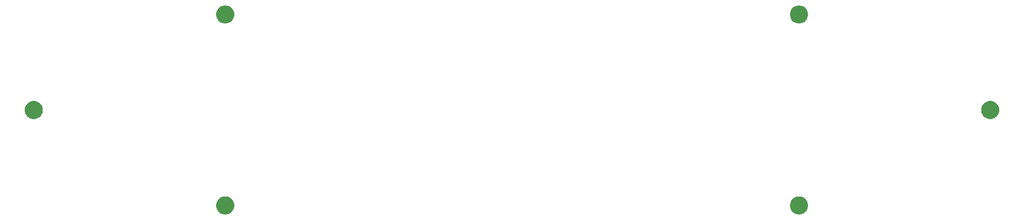
<source format=gbr>
G04 #@! TF.GenerationSoftware,KiCad,Pcbnew,(5.1.2-1)-1*
G04 #@! TF.CreationDate,2020-03-21T09:14:12-05:00*
G04 #@! TF.ProjectId,therick48_top_plate,74686572-6963-46b3-9438-5f746f705f70,rev?*
G04 #@! TF.SameCoordinates,Original*
G04 #@! TF.FileFunction,Soldermask,Bot*
G04 #@! TF.FilePolarity,Negative*
%FSLAX46Y46*%
G04 Gerber Fmt 4.6, Leading zero omitted, Abs format (unit mm)*
G04 Created by KiCad (PCBNEW (5.1.2-1)-1) date 2020-03-21 09:14:12*
%MOMM*%
%LPD*%
G04 APERTURE LIST*
%ADD10C,0.100000*%
G04 APERTURE END LIST*
D10*
G36*
X217505331Y-89848211D02*
G01*
X217833092Y-89983974D01*
X218128070Y-90181072D01*
X218378928Y-90431930D01*
X218576026Y-90726908D01*
X218711789Y-91054669D01*
X218781000Y-91402616D01*
X218781000Y-91757384D01*
X218711789Y-92105331D01*
X218576026Y-92433092D01*
X218378928Y-92728070D01*
X218128070Y-92978928D01*
X217833092Y-93176026D01*
X217505331Y-93311789D01*
X217157384Y-93381000D01*
X216802616Y-93381000D01*
X216454669Y-93311789D01*
X216126908Y-93176026D01*
X215831930Y-92978928D01*
X215581072Y-92728070D01*
X215383974Y-92433092D01*
X215248211Y-92105331D01*
X215179000Y-91757384D01*
X215179000Y-91402616D01*
X215248211Y-91054669D01*
X215383974Y-90726908D01*
X215581072Y-90431930D01*
X215831930Y-90181072D01*
X216126908Y-89983974D01*
X216454669Y-89848211D01*
X216802616Y-89779000D01*
X217157384Y-89779000D01*
X217505331Y-89848211D01*
X217505331Y-89848211D01*
G37*
G36*
X103505331Y-89848211D02*
G01*
X103833092Y-89983974D01*
X104128070Y-90181072D01*
X104378928Y-90431930D01*
X104576026Y-90726908D01*
X104711789Y-91054669D01*
X104781000Y-91402616D01*
X104781000Y-91757384D01*
X104711789Y-92105331D01*
X104576026Y-92433092D01*
X104378928Y-92728070D01*
X104128070Y-92978928D01*
X103833092Y-93176026D01*
X103505331Y-93311789D01*
X103157384Y-93381000D01*
X102802616Y-93381000D01*
X102454669Y-93311789D01*
X102126908Y-93176026D01*
X101831930Y-92978928D01*
X101581072Y-92728070D01*
X101383974Y-92433092D01*
X101248211Y-92105331D01*
X101179000Y-91757384D01*
X101179000Y-91402616D01*
X101248211Y-91054669D01*
X101383974Y-90726908D01*
X101581072Y-90431930D01*
X101831930Y-90181072D01*
X102126908Y-89983974D01*
X102454669Y-89848211D01*
X102802616Y-89779000D01*
X103157384Y-89779000D01*
X103505331Y-89848211D01*
X103505331Y-89848211D01*
G37*
G36*
X255505331Y-70848211D02*
G01*
X255833092Y-70983974D01*
X256128070Y-71181072D01*
X256378928Y-71431930D01*
X256576026Y-71726908D01*
X256711789Y-72054669D01*
X256781000Y-72402616D01*
X256781000Y-72757384D01*
X256711789Y-73105331D01*
X256576026Y-73433092D01*
X256378928Y-73728070D01*
X256128070Y-73978928D01*
X255833092Y-74176026D01*
X255505331Y-74311789D01*
X255157384Y-74381000D01*
X254802616Y-74381000D01*
X254454669Y-74311789D01*
X254126908Y-74176026D01*
X253831930Y-73978928D01*
X253581072Y-73728070D01*
X253383974Y-73433092D01*
X253248211Y-73105331D01*
X253179000Y-72757384D01*
X253179000Y-72402616D01*
X253248211Y-72054669D01*
X253383974Y-71726908D01*
X253581072Y-71431930D01*
X253831930Y-71181072D01*
X254126908Y-70983974D01*
X254454669Y-70848211D01*
X254802616Y-70779000D01*
X255157384Y-70779000D01*
X255505331Y-70848211D01*
X255505331Y-70848211D01*
G37*
G36*
X65454531Y-70848211D02*
G01*
X65782292Y-70983974D01*
X66077270Y-71181072D01*
X66328128Y-71431930D01*
X66525226Y-71726908D01*
X66660989Y-72054669D01*
X66730200Y-72402616D01*
X66730200Y-72757384D01*
X66660989Y-73105331D01*
X66525226Y-73433092D01*
X66328128Y-73728070D01*
X66077270Y-73978928D01*
X65782292Y-74176026D01*
X65454531Y-74311789D01*
X65106584Y-74381000D01*
X64751816Y-74381000D01*
X64403869Y-74311789D01*
X64076108Y-74176026D01*
X63781130Y-73978928D01*
X63530272Y-73728070D01*
X63333174Y-73433092D01*
X63197411Y-73105331D01*
X63128200Y-72757384D01*
X63128200Y-72402616D01*
X63197411Y-72054669D01*
X63333174Y-71726908D01*
X63530272Y-71431930D01*
X63781130Y-71181072D01*
X64076108Y-70983974D01*
X64403869Y-70848211D01*
X64751816Y-70779000D01*
X65106584Y-70779000D01*
X65454531Y-70848211D01*
X65454531Y-70848211D01*
G37*
G36*
X217505331Y-51848211D02*
G01*
X217833092Y-51983974D01*
X218128070Y-52181072D01*
X218378928Y-52431930D01*
X218576026Y-52726908D01*
X218711789Y-53054669D01*
X218781000Y-53402616D01*
X218781000Y-53757384D01*
X218711789Y-54105331D01*
X218576026Y-54433092D01*
X218378928Y-54728070D01*
X218128070Y-54978928D01*
X217833092Y-55176026D01*
X217505331Y-55311789D01*
X217157384Y-55381000D01*
X216802616Y-55381000D01*
X216454669Y-55311789D01*
X216126908Y-55176026D01*
X215831930Y-54978928D01*
X215581072Y-54728070D01*
X215383974Y-54433092D01*
X215248211Y-54105331D01*
X215179000Y-53757384D01*
X215179000Y-53402616D01*
X215248211Y-53054669D01*
X215383974Y-52726908D01*
X215581072Y-52431930D01*
X215831930Y-52181072D01*
X216126908Y-51983974D01*
X216454669Y-51848211D01*
X216802616Y-51779000D01*
X217157384Y-51779000D01*
X217505331Y-51848211D01*
X217505331Y-51848211D01*
G37*
G36*
X103505331Y-51848211D02*
G01*
X103833092Y-51983974D01*
X104128070Y-52181072D01*
X104378928Y-52431930D01*
X104576026Y-52726908D01*
X104711789Y-53054669D01*
X104781000Y-53402616D01*
X104781000Y-53757384D01*
X104711789Y-54105331D01*
X104576026Y-54433092D01*
X104378928Y-54728070D01*
X104128070Y-54978928D01*
X103833092Y-55176026D01*
X103505331Y-55311789D01*
X103157384Y-55381000D01*
X102802616Y-55381000D01*
X102454669Y-55311789D01*
X102126908Y-55176026D01*
X101831930Y-54978928D01*
X101581072Y-54728070D01*
X101383974Y-54433092D01*
X101248211Y-54105331D01*
X101179000Y-53757384D01*
X101179000Y-53402616D01*
X101248211Y-53054669D01*
X101383974Y-52726908D01*
X101581072Y-52431930D01*
X101831930Y-52181072D01*
X102126908Y-51983974D01*
X102454669Y-51848211D01*
X102802616Y-51779000D01*
X103157384Y-51779000D01*
X103505331Y-51848211D01*
X103505331Y-51848211D01*
G37*
M02*

</source>
